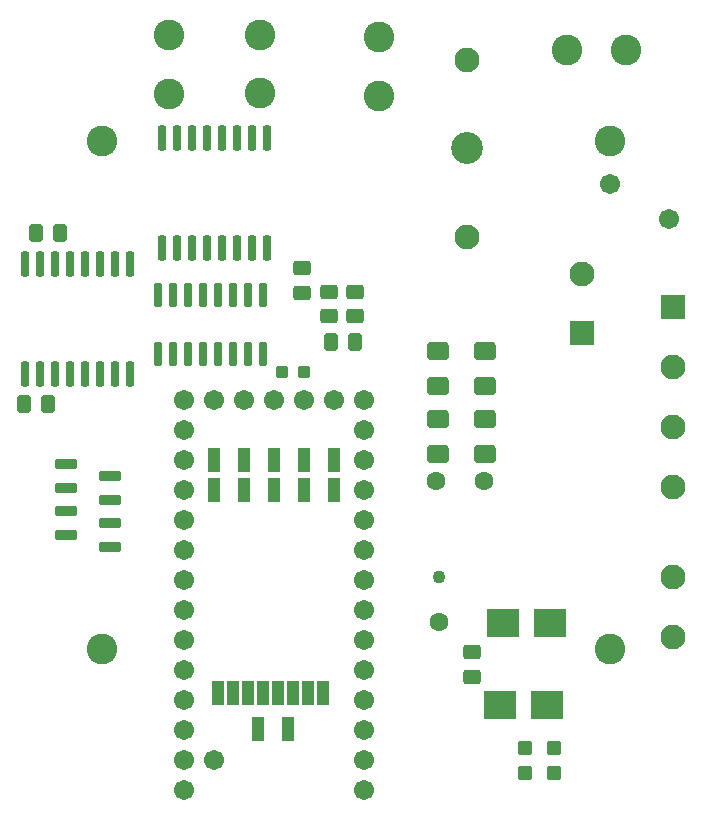
<source format=gts>
G04 #@! TF.GenerationSoftware,KiCad,Pcbnew,(6.0.1-0)*
G04 #@! TF.CreationDate,2022-03-11T16:57:29+01:00*
G04 #@! TF.ProjectId,PowerAnalyzer_ACS71020_V2,506f7765-7241-46e6-916c-797a65725f41,2.2*
G04 #@! TF.SameCoordinates,Original*
G04 #@! TF.FileFunction,Soldermask,Top*
G04 #@! TF.FilePolarity,Negative*
%FSLAX46Y46*%
G04 Gerber Fmt 4.6, Leading zero omitted, Abs format (unit mm)*
G04 Created by KiCad (PCBNEW (6.0.1-0)) date 2022-03-11 16:57:29*
%MOMM*%
%LPD*%
G01*
G04 APERTURE LIST*
G04 Aperture macros list*
%AMRoundRect*
0 Rectangle with rounded corners*
0 $1 Rounding radius*
0 $2 $3 $4 $5 $6 $7 $8 $9 X,Y pos of 4 corners*
0 Add a 4 corners polygon primitive as box body*
4,1,4,$2,$3,$4,$5,$6,$7,$8,$9,$2,$3,0*
0 Add four circle primitives for the rounded corners*
1,1,$1+$1,$2,$3*
1,1,$1+$1,$4,$5*
1,1,$1+$1,$6,$7*
1,1,$1+$1,$8,$9*
0 Add four rect primitives between the rounded corners*
20,1,$1+$1,$2,$3,$4,$5,0*
20,1,$1+$1,$4,$5,$6,$7,0*
20,1,$1+$1,$6,$7,$8,$9,0*
20,1,$1+$1,$8,$9,$2,$3,0*%
G04 Aperture macros list end*
%ADD10C,2.602000*%
%ADD11RoundRect,0.301001X0.624999X-0.462499X0.624999X0.462499X-0.624999X0.462499X-0.624999X-0.462499X0*%
%ADD12RoundRect,0.051000X1.000000X-1.000000X1.000000X1.000000X-1.000000X1.000000X-1.000000X-1.000000X0*%
%ADD13C,2.102000*%
%ADD14C,1.702000*%
%ADD15RoundRect,0.300999X0.450001X-0.325001X0.450001X0.325001X-0.450001X0.325001X-0.450001X-0.325001X0*%
%ADD16RoundRect,0.051000X-1.000000X1.000000X-1.000000X-1.000000X1.000000X-1.000000X1.000000X1.000000X0*%
%ADD17RoundRect,0.300999X0.325001X0.450001X-0.325001X0.450001X-0.325001X-0.450001X0.325001X-0.450001X0*%
%ADD18RoundRect,0.301000X-0.450000X0.325000X-0.450000X-0.325000X0.450000X-0.325000X0.450000X0.325000X0*%
%ADD19RoundRect,0.051000X0.500000X0.500000X-0.500000X0.500000X-0.500000X-0.500000X0.500000X-0.500000X0*%
%ADD20RoundRect,0.300999X-0.450001X0.325001X-0.450001X-0.325001X0.450001X-0.325001X0.450001X0.325001X0*%
%ADD21RoundRect,0.201000X-0.150000X0.875000X-0.150000X-0.875000X0.150000X-0.875000X0.150000X0.875000X0*%
%ADD22RoundRect,0.300999X-0.325001X-0.450001X0.325001X-0.450001X0.325001X0.450001X-0.325001X0.450001X0*%
%ADD23R,1.000000X2.000000*%
%ADD24RoundRect,0.201000X0.150000X-0.825000X0.150000X0.825000X-0.150000X0.825000X-0.150000X-0.825000X0*%
%ADD25C,2.702000*%
%ADD26RoundRect,0.201000X0.150000X-0.875000X0.150000X0.875000X-0.150000X0.875000X-0.150000X-0.875000X0*%
%ADD27RoundRect,0.051000X1.280198X-1.149997X1.280198X1.149997X-1.280198X1.149997X-1.280198X-1.149997X0*%
%ADD28RoundRect,0.101600X-0.850000X0.300000X-0.850000X-0.300000X0.850000X-0.300000X0.850000X0.300000X0*%
%ADD29RoundRect,0.288500X-0.250000X-0.237500X0.250000X-0.237500X0.250000X0.237500X-0.250000X0.237500X0*%
%ADD30C,1.602000*%
%ADD31C,1.102000*%
G04 APERTURE END LIST*
D10*
X117300000Y-175000000D03*
X74300000Y-132000000D03*
X117300000Y-132000000D03*
X87668100Y-122986800D03*
X87668100Y-127936800D03*
X80010000Y-127949500D03*
X80010000Y-122999500D03*
D11*
X106750000Y-158487500D03*
X106750000Y-155512500D03*
D12*
X115000000Y-148193000D03*
D13*
X115000000Y-143193000D03*
D14*
X117300000Y-135600000D03*
X122300000Y-138600000D03*
D10*
X113730000Y-124265000D03*
X118680000Y-124265000D03*
D15*
X93500000Y-146775000D03*
X93500000Y-144725000D03*
D11*
X102750000Y-158475000D03*
X102750000Y-155500000D03*
X106750000Y-152737500D03*
X106750000Y-149762500D03*
D10*
X74300000Y-175000000D03*
X97790000Y-123190000D03*
X97790000Y-128140000D03*
D16*
X122700000Y-146000000D03*
D13*
X122700000Y-151080000D03*
X122700000Y-156160000D03*
X122700000Y-161240000D03*
X122700000Y-168860000D03*
X122700000Y-173940000D03*
D17*
X95775000Y-149000000D03*
X93725000Y-149000000D03*
D18*
X91250000Y-142750000D03*
X91250000Y-144800000D03*
D19*
X112600000Y-185500000D03*
X110100000Y-185500000D03*
D20*
X105664000Y-175251000D03*
X105664000Y-177301000D03*
D19*
X112600000Y-183350000D03*
X110100000Y-183350000D03*
D21*
X88303000Y-131693000D03*
X87033000Y-131693000D03*
X85763000Y-131693000D03*
X84493000Y-131693000D03*
X83223000Y-131693000D03*
X81953000Y-131693000D03*
X80683000Y-131693000D03*
X79413000Y-131693000D03*
X79413000Y-140993000D03*
X80683000Y-140993000D03*
X81953000Y-140993000D03*
X83223000Y-140993000D03*
X84493000Y-140993000D03*
X85763000Y-140993000D03*
X87033000Y-140993000D03*
X88303000Y-140993000D03*
D22*
X68725000Y-139750000D03*
X70775000Y-139750000D03*
D23*
X93980000Y-159004000D03*
X91440000Y-159004000D03*
X86360000Y-161544000D03*
X92990000Y-178734000D03*
X91440000Y-161544000D03*
X88900000Y-161544000D03*
X87910000Y-178734000D03*
X87560000Y-181744000D03*
X83820000Y-161544000D03*
X89180000Y-178734000D03*
X93980000Y-161544000D03*
X84100000Y-178734000D03*
X88900000Y-159004000D03*
X90450000Y-178734000D03*
X85370000Y-178734000D03*
X90100000Y-181744000D03*
X91720000Y-178734000D03*
X83820000Y-159004000D03*
X86640000Y-178734000D03*
X86360000Y-159004000D03*
D14*
X96520000Y-186944000D03*
X96520000Y-184404000D03*
X96520000Y-181864000D03*
X96520000Y-179324000D03*
X96520000Y-176784000D03*
X96520000Y-174244000D03*
X96520000Y-171704000D03*
X96520000Y-169164000D03*
X96520000Y-166624000D03*
X96520000Y-164084000D03*
X96520000Y-161544000D03*
X96520000Y-159004000D03*
X96520000Y-156464000D03*
X96520000Y-153924000D03*
X93980000Y-153924000D03*
X91440000Y-153924000D03*
X88900000Y-153924000D03*
X86360000Y-153924000D03*
X83820000Y-153924000D03*
X81280000Y-153924000D03*
X81280000Y-156464000D03*
X81280000Y-159004000D03*
X81280000Y-161544000D03*
X81280000Y-164084000D03*
X81280000Y-166624000D03*
X81280000Y-169164000D03*
X81280000Y-171704000D03*
X81280000Y-174244000D03*
X81280000Y-176784000D03*
X81280000Y-179324000D03*
X81280000Y-181864000D03*
X81280000Y-184404000D03*
X81280000Y-186944000D03*
X83820000Y-184404000D03*
D24*
X79055000Y-149975000D03*
X80325000Y-149975000D03*
X81595000Y-149975000D03*
X82865000Y-149975000D03*
X84135000Y-149975000D03*
X85405000Y-149975000D03*
X86675000Y-149975000D03*
X87945000Y-149975000D03*
X87945000Y-145025000D03*
X86675000Y-145025000D03*
X85405000Y-145025000D03*
X84135000Y-145025000D03*
X82865000Y-145025000D03*
X81595000Y-145025000D03*
X80325000Y-145025000D03*
X79055000Y-145025000D03*
D25*
X105250000Y-132588000D03*
D13*
X105250000Y-125088000D03*
X105250000Y-140088000D03*
D26*
X67805000Y-151650000D03*
X69075000Y-151650000D03*
X70345000Y-151650000D03*
X71615000Y-151650000D03*
X72885000Y-151650000D03*
X74155000Y-151650000D03*
X75425000Y-151650000D03*
X76695000Y-151650000D03*
X76695000Y-142350000D03*
X75425000Y-142350000D03*
X74155000Y-142350000D03*
X72885000Y-142350000D03*
X71615000Y-142350000D03*
X70345000Y-142350000D03*
X69075000Y-142350000D03*
X67805000Y-142350000D03*
D22*
X67725000Y-154250000D03*
X69775000Y-154250000D03*
D27*
X108227804Y-172750000D03*
X112272196Y-172750000D03*
D11*
X102750000Y-152737500D03*
X102750000Y-149762500D03*
D15*
X95750000Y-146775000D03*
X95750000Y-144725000D03*
D27*
X107977804Y-179750000D03*
X112022196Y-179750000D03*
D28*
X71270000Y-159320000D03*
X74970000Y-160320000D03*
X71270000Y-161320000D03*
X74970000Y-162320000D03*
X71270000Y-163320000D03*
X74970000Y-164320000D03*
X71270000Y-165320000D03*
X74970000Y-166320000D03*
D29*
X89587500Y-151500000D03*
X91412500Y-151500000D03*
D30*
X106680000Y-160782000D03*
X102870000Y-172720000D03*
D31*
X102870000Y-168910000D03*
D30*
X102616000Y-160782000D03*
M02*

</source>
